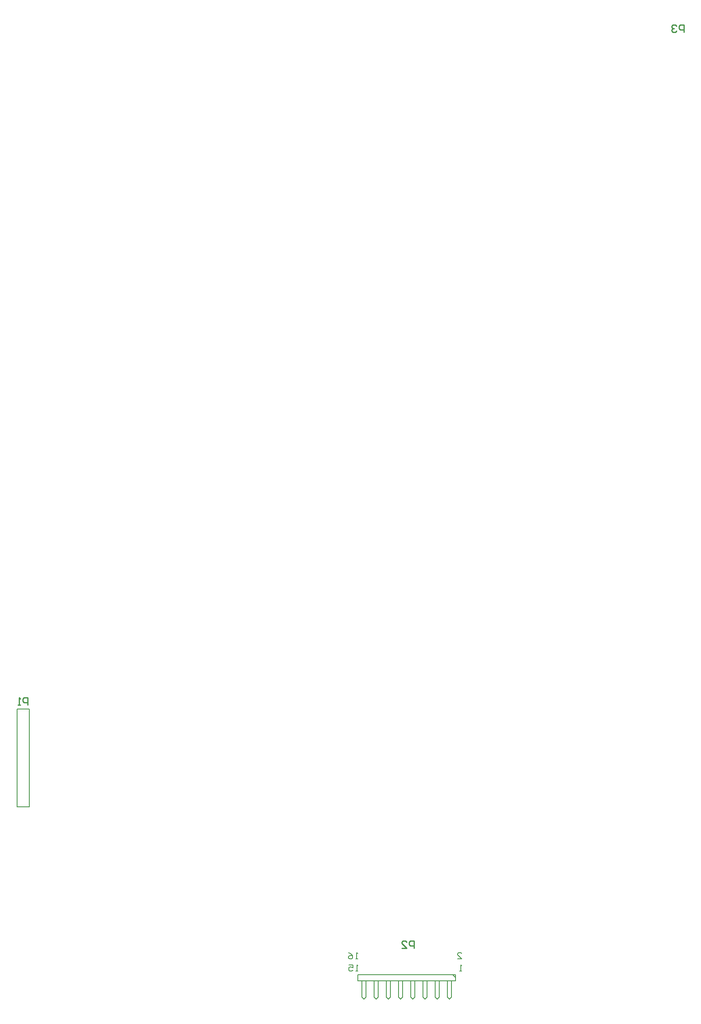
<source format=gbr>
%FSTAX23Y23*%
%MOIN*%
%SFA1B1*%

%IPPOS*%
%ADD30C,0.007874*%
%ADD31C,0.010000*%
%ADD32C,0.008000*%
%LNkeyboardmain_legend_bot-1*%
%LPD*%
G54D30*
X03757Y00549D02*
Y00599D01*
X02957Y00549D02*
X03757D01*
X02957D02*
Y00599D01*
X03732D02*
X03757Y00574D01*
X03723Y00416D02*
Y00549D01*
X03707Y00399D02*
X03723Y00416D01*
X0369D02*
X03707Y00399D01*
X0369Y00416D02*
Y00549D01*
X03623Y00416D02*
Y00549D01*
X03607Y00399D02*
X03623Y00416D01*
X0359D02*
X03607Y00399D01*
X0359Y00416D02*
Y00549D01*
X03523Y00416D02*
Y00549D01*
X03507Y00399D02*
X03523Y00416D01*
X0349D02*
X03507Y00399D01*
X0349Y00416D02*
Y00549D01*
X03423Y00416D02*
Y00549D01*
X03407Y00399D02*
X03423Y00416D01*
X0339D02*
X03407Y00399D01*
X0339Y00416D02*
Y00549D01*
X03323Y00416D02*
Y00549D01*
X03307Y00399D02*
X03323Y00416D01*
X0329D02*
X03307Y00399D01*
X0329Y00416D02*
Y00549D01*
X03223Y00416D02*
Y00549D01*
X03207Y00399D02*
X03223Y00416D01*
X0319D02*
X03207Y00399D01*
X0319Y00416D02*
Y00549D01*
X03123Y00416D02*
Y00549D01*
X03107Y00399D02*
X03123Y00416D01*
X0309D02*
X03107Y00399D01*
X0309Y00416D02*
Y00549D01*
X03023Y00416D02*
Y00549D01*
X03007Y00399D02*
X03023Y00416D01*
X0299D02*
X03007Y00399D01*
X0299Y00416D02*
Y00549D01*
X02957Y00599D02*
X03757D01*
X00166Y01971D02*
X00266D01*
Y02771*
X00166D02*
X00266D01*
X00166Y01971D02*
Y02771D01*
G54D31*
X03414Y00816D02*
Y00876D01*
X03384*
X03374Y00866*
Y00846*
X03384Y00836*
X03414*
X03314Y00816D02*
X03354D01*
X03314Y00856*
Y00866*
X03324Y00876*
X03344*
X03354Y00866*
X05625Y08309D02*
Y08369D01*
X05595*
X05585Y08359*
Y08339*
X05595Y08329*
X05625*
X05565Y08359D02*
X05555Y08369D01*
X05535*
X05525Y08359*
Y08349*
X05535Y08339*
X05545*
X05535*
X05525Y08329*
Y08319*
X05535Y08309*
X05555*
X05565Y08319*
X00252Y02804D02*
Y02864D01*
X00222*
X00212Y02854*
Y02834*
X00222Y02824*
X00252*
X00192Y02804D02*
X00172D01*
X00182*
Y02864*
X00192Y02854*
G54D32*
X03773Y00729D02*
X03807D01*
X03773Y00762*
Y00771*
X03782Y00779*
X03798*
X03807Y00771*
Y00629D02*
X0379D01*
X03798*
Y00679*
X03807Y00671*
X02956Y00629D02*
X02939D01*
X02948*
Y00679*
X02956Y00671*
X02881Y00679D02*
X02914D01*
Y00654*
X02898Y00662*
X02889*
X02881Y00654*
Y00637*
X02889Y00629*
X02906*
X02914Y00637*
X02955Y00729D02*
X02938D01*
X02947*
Y00779*
X02955Y00771*
X0288Y00779D02*
X02897Y00771D01*
X02913Y00754*
Y00737*
X02905Y00729*
X02888*
X0288Y00737*
Y00746*
X02888Y00754*
X02913*
M02*
</source>
